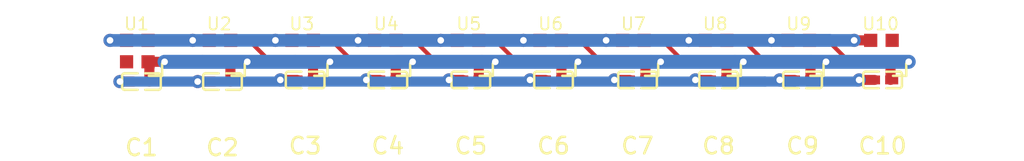
<source format=kicad_pcb>
(kicad_pcb (version 20240108) (generator "pcbnew") (generator_version "8.0")
  (layers (0 "F.Cu" signal) (31 "B.Cu" signal) (34 "B.Paste" user) (35 "F.Paste" user) (36 "B.SilkS" user "B.Silkscreen") (37 "F.SilkS" user "F.Silkscreen") (38 "B.Mask" user) (39 "F.Mask" user) (44 "Edge.Cuts" user))
  (net 0 "")
  (net 1 "hv")
  (net 2 "gnd")
  (net 3 "io-1")
  (net 4 "vcc-2")
  (net 5 "io-2")
  (net 6 "vcc-1")
  (net 7 "vcc-4")
  (net 8 "vcc")
  (net 9 "vcc-3")
  (net 10 "io-3")
  (net 11 "io")
  (net 12 "DOUT")
  (net 13 "DIN")
  (footprint "atopile:C0402-b3ef17" (layer "F.Cu") (at 74.61579 121.748441 180)
    (property "Reference" "C1" (at 0 -4 0) (layer "F.SilkS") (hide no))
    (property "Value" "100nF ±10% 16V X7R")
    (fp_line (start 1.02 -0.5) (end 0.23 -0.5) (stroke (width 0.15)) (layer "F.SilkS"))
    (fp_line (start 0.23 0.5) (end 1.02 0.5) (stroke (width 0.15)) (layer "F.SilkS"))
    (fp_line (start 1.17 0.35) (end 1.17 -0.35) (stroke (width 0.15)) (layer "F.SilkS"))
    (fp_line (start -1.02 -0.5) (end -0.23 -0.5) (stroke (width 0.15)) (layer "F.SilkS"))
    (fp_line (start -0.23 0.5) (end -1.02 0.5) (stroke (width 0.15)) (layer "F.SilkS"))
    (fp_line (start -1.17 0.35) (end -1.17 -0.35) (stroke (width 0.15)) (layer "F.SilkS"))
    (fp_arc (start 1.17 0.35) (mid 1.1260660171779822 0.456066017177982) (end 1.02 0.4999999999999999) (stroke (width 0.15)) (layer "F.SilkS"))
    (fp_arc (start 1.02 -0.5) (mid 1.1260660171779822 -0.4560660171779821) (end 1.17 -0.35) (stroke (width 0.15)) (layer "F.SilkS"))
    (fp_arc (start -1.17 0.35) (mid -1.1260660171779822 0.456066017177982) (end -1.02 0.4999999999999999) (stroke (width 0.15)) (layer "F.SilkS"))
    (fp_arc (start -1.02 -0.5) (mid -1.1260660171779822 -0.4560660171779821) (end -1.17 -0.35) (stroke (width 0.15)) (layer "F.SilkS"))
    (fp_text user "${REFERENCE}" (at 0 -4 0) (layer "F.SilkS"))
    (pad "2" smd rect (at 0.55 0 180) (size 0.79 0.54) (layers "F.Cu" "F.Paste" "F.Mask") (net 2 "gnd"))
    (pad "1" smd rect (at -0.55 0 180) (size 0.79 0.54) (layers "F.Cu" "F.Paste" "F.Mask") (net 1 "hv"))
  )
  (footprint "lib:LED-SMD_4P-L2.0-W2.0-BR" (layer "F.Cu") (at 114.36579 119.898441 0)
    (property "Reference" "U9" (at 0 -1.65 0) (layer "F.SilkS") (hide no) (effects (font (size 0.75 0.75) (thickness 0.1))))
    (property "Value" "")
    (fp_line (start 0.7 1.5) (end 1.5 1.5) (stroke (width 0.15)) (layer "F.SilkS"))
    (fp_line (start 1.5 1.5) (end 1.5 0.75) (stroke (width 0.15)) (layer "F.SilkS"))
    (pad "1" smd rect (at 0.65 0.65 0) (size 0.8 0.8) (layers "F.Cu" "F.Paste" "F.Mask") (net 1 "hv"))
    (pad "2" smd rect (at 0.65 -0.65 0) (size 0.8 0.8) (layers "F.Cu" "F.Paste" "F.Mask") (net 11 "io"))
    (pad "3" smd rect (at -0.65 -0.65 0) (size 0.8 0.8) (layers "F.Cu" "F.Paste" "F.Mask") (net 2 "gnd"))
    (pad "4" smd rect (at -0.65 0.65 0) (size 0.8 0.8) (layers "F.Cu" "F.Paste" "F.Mask") (net 10 "io-3"))
  )
  (footprint "lib:LED-SMD_4P-L2.0-W2.0-BR" (layer "F.Cu") (at 79.36579 119.898441 0)
    (property "Reference" "U2" (at -0.05 -1.65 0) (layer "F.SilkS") (hide no) (effects (font (size 0.75 0.75) (thickness 0.1))))
    (property "Value" "")
    (fp_line (start 0.7 1.5) (end 1.5 1.5) (stroke (width 0.15)) (layer "F.SilkS"))
    (fp_line (start 1.5 1.5) (end 1.5 0.75) (stroke (width 0.15)) (layer "F.SilkS"))
    (pad "1" smd rect (at 0.65 0.65 0) (size 0.8 0.8) (layers "F.Cu" "F.Paste" "F.Mask") (net 1 "hv"))
    (pad "2" smd rect (at 0.65 -0.65 0) (size 0.8 0.8) (layers "F.Cu" "F.Paste" "F.Mask") (net 3 "io-1"))
    (pad "3" smd rect (at -0.65 -0.65 0) (size 0.8 0.8) (layers "F.Cu" "F.Paste" "F.Mask") (net 2 "gnd"))
    (pad "4" smd rect (at -0.65 0.65 0) (size 0.8 0.8) (layers "F.Cu" "F.Paste" "F.Mask") (net 4 "vcc-2"))
  )
  (footprint "atopile:C0402-b3ef17" (layer "F.Cu") (at 119.43579 121.648441 180)
    (property "Reference" "C10" (at 0 -4 0) (layer "F.SilkS") (hide no))
    (property "Value" "100nF ±10% 16V X7R")
    (fp_line (start 1.02 -0.5) (end 0.23 -0.5) (stroke (width 0.15)) (layer "F.SilkS"))
    (fp_line (start 0.23 0.5) (end 1.02 0.5) (stroke (width 0.15)) (layer "F.SilkS"))
    (fp_line (start 1.17 0.35) (end 1.17 -0.35) (stroke (width 0.15)) (layer "F.SilkS"))
    (fp_line (start -1.02 -0.5) (end -0.23 -0.5) (stroke (width 0.15)) (layer "F.SilkS"))
    (fp_line (start -0.23 0.5) (end -1.02 0.5) (stroke (width 0.15)) (layer "F.SilkS"))
    (fp_line (start -1.17 0.35) (end -1.17 -0.35) (stroke (width 0.15)) (layer "F.SilkS"))
    (fp_arc (start 1.17 0.35) (mid 1.1260660171779822 0.456066017177982) (end 1.02 0.4999999999999999) (stroke (width 0.15)) (layer "F.SilkS"))
    (fp_arc (start 1.02 -0.5) (mid 1.1260660171779822 -0.4560660171779821) (end 1.17 -0.35) (stroke (width 0.15)) (layer "F.SilkS"))
    (fp_arc (start -1.17 0.35) (mid -1.1260660171779822 0.456066017177982) (end -1.02 0.4999999999999999) (stroke (width 0.15)) (layer "F.SilkS"))
    (fp_arc (start -1.02 -0.5) (mid -1.1260660171779822 -0.4560660171779821) (end -1.17 -0.35) (stroke (width 0.15)) (layer "F.SilkS"))
    (fp_text user "${REFERENCE}" (at 0 -4 0) (layer "F.SilkS"))
    (pad "2" smd rect (at 0.55 0 180) (size 0.79 0.54) (layers "F.Cu" "F.Paste" "F.Mask") (net 2 "gnd"))
    (pad "1" smd rect (at -0.55 0 180) (size 0.79 0.54) (layers "F.Cu" "F.Paste" "F.Mask") (net 1 "hv"))
  )
  (footprint "atopile:C0402-b3ef17" (layer "F.Cu") (at 84.51579 121.648441 180)
    (property "Reference" "C3" (at 0 -4 0) (layer "F.SilkS") (hide no))
    (property "Value" "100nF ±10% 16V X7R")
    (fp_line (start 1.02 -0.5) (end 0.23 -0.5) (stroke (width 0.15)) (layer "F.SilkS"))
    (fp_line (start 0.23 0.5) (end 1.02 0.5) (stroke (width 0.15)) (layer "F.SilkS"))
    (fp_line (start 1.17 0.35) (end 1.17 -0.35) (stroke (width 0.15)) (layer "F.SilkS"))
    (fp_line (start -1.02 -0.5) (end -0.23 -0.5) (stroke (width 0.15)) (layer "F.SilkS"))
    (fp_line (start -0.23 0.5) (end -1.02 0.5) (stroke (width 0.15)) (layer "F.SilkS"))
    (fp_line (start -1.17 0.35) (end -1.17 -0.35) (stroke (width 0.15)) (layer "F.SilkS"))
    (fp_arc (start 1.17 0.35) (mid 1.1260660171779822 0.456066017177982) (end 1.02 0.4999999999999999) (stroke (width 0.15)) (layer "F.SilkS"))
    (fp_arc (start 1.02 -0.5) (mid 1.1260660171779822 -0.4560660171779821) (end 1.17 -0.35) (stroke (width 0.15)) (layer "F.SilkS"))
    (fp_arc (start -1.17 0.35) (mid -1.1260660171779822 0.456066017177982) (end -1.02 0.4999999999999999) (stroke (width 0.15)) (layer "F.SilkS"))
    (fp_arc (start -1.02 -0.5) (mid -1.1260660171779822 -0.4560660171779821) (end -1.17 -0.35) (stroke (width 0.15)) (layer "F.SilkS"))
    (fp_text user "${REFERENCE}" (at 0 -4 0) (layer "F.SilkS"))
    (pad "2" smd rect (at 0.55 0 180) (size 0.79 0.54) (layers "F.Cu" "F.Paste" "F.Mask") (net 2 "gnd"))
    (pad "1" smd rect (at -0.55 0 180) (size 0.79 0.54) (layers "F.Cu" "F.Paste" "F.Mask") (net 1 "hv"))
  )
  (footprint "atopile:C0402-b3ef17" (layer "F.Cu") (at 89.51579 121.648441 180)
    (property "Reference" "C4" (at 0 -4 0) (layer "F.SilkS") (hide no))
    (property "Value" "100nF ±10% 16V X7R")
    (fp_line (start 1.02 -0.5) (end 0.23 -0.5) (stroke (width 0.15)) (layer "F.SilkS"))
    (fp_line (start 0.23 0.5) (end 1.02 0.5) (stroke (width 0.15)) (layer "F.SilkS"))
    (fp_line (start 1.17 0.35) (end 1.17 -0.35) (stroke (width 0.15)) (layer "F.SilkS"))
    (fp_line (start -1.02 -0.5) (end -0.23 -0.5) (stroke (width 0.15)) (layer "F.SilkS"))
    (fp_line (start -0.23 0.5) (end -1.02 0.5) (stroke (width 0.15)) (layer "F.SilkS"))
    (fp_line (start -1.17 0.35) (end -1.17 -0.35) (stroke (width 0.15)) (layer "F.SilkS"))
    (fp_arc (start 1.17 0.35) (mid 1.1260660171779822 0.456066017177982) (end 1.02 0.4999999999999999) (stroke (width 0.15)) (layer "F.SilkS"))
    (fp_arc (start 1.02 -0.5) (mid 1.1260660171779822 -0.4560660171779821) (end 1.17 -0.35) (stroke (width 0.15)) (layer "F.SilkS"))
    (fp_arc (start -1.17 0.35) (mid -1.1260660171779822 0.456066017177982) (end -1.02 0.4999999999999999) (stroke (width 0.15)) (layer "F.SilkS"))
    (fp_arc (start -1.02 -0.5) (mid -1.1260660171779822 -0.4560660171779821) (end -1.17 -0.35) (stroke (width 0.15)) (layer "F.SilkS"))
    (fp_text user "${REFERENCE}" (at 0 -4 0) (layer "F.SilkS"))
    (pad "2" smd rect (at 0.55 0 180) (size 0.79 0.54) (layers "F.Cu" "F.Paste" "F.Mask") (net 2 "gnd"))
    (pad "1" smd rect (at -0.55 0 180) (size 0.79 0.54) (layers "F.Cu" "F.Paste" "F.Mask") (net 1 "hv"))
  )
  (footprint "atopile:C0402-b3ef17" (layer "F.Cu") (at 79.51579 121.748441 180)
    (property "Reference" "C2" (at 0 -4 0) (layer "F.SilkS") (hide no))
    (property "Value" "100nF ±10% 16V X7R")
    (fp_line (start 1.02 -0.5) (end 0.23 -0.5) (stroke (width 0.15)) (layer "F.SilkS"))
    (fp_line (start 0.23 0.5) (end 1.02 0.5) (stroke (width 0.15)) (layer "F.SilkS"))
    (fp_line (start 1.17 0.35) (end 1.17 -0.35) (stroke (width 0.15)) (layer "F.SilkS"))
    (fp_line (start -1.02 -0.5) (end -0.23 -0.5) (stroke (width 0.15)) (layer "F.SilkS"))
    (fp_line (start -0.23 0.5) (end -1.02 0.5) (stroke (width 0.15)) (layer "F.SilkS"))
    (fp_line (start -1.17 0.35) (end -1.17 -0.35) (stroke (width 0.15)) (layer "F.SilkS"))
    (fp_arc (start 1.17 0.35) (mid 1.1260660171779822 0.456066017177982) (end 1.02 0.4999999999999999) (stroke (width 0.15)) (layer "F.SilkS"))
    (fp_arc (start 1.02 -0.5) (mid 1.1260660171779822 -0.4560660171779821) (end 1.17 -0.35) (stroke (width 0.15)) (layer "F.SilkS"))
    (fp_arc (start -1.17 0.35) (mid -1.1260660171779822 0.456066017177982) (end -1.02 0.4999999999999999) (stroke (width 0.15)) (layer "F.SilkS"))
    (fp_arc (start -1.02 -0.5) (mid -1.1260660171779822 -0.4560660171779821) (end -1.17 -0.35) (stroke (width 0.15)) (layer "F.SilkS"))
    (fp_text user "${REFERENCE}" (at 0 -4 0) (layer "F.SilkS"))
    (pad "2" smd rect (at 0.55 0 180) (size 0.79 0.54) (layers "F.Cu" "F.Paste" "F.Mask") (net 2 "gnd"))
    (pad "1" smd rect (at -0.55 0 180) (size 0.79 0.54) (layers "F.Cu" "F.Paste" "F.Mask") (net 1 "hv"))
  )
  (footprint "atopile:C0402-b3ef17" (layer "F.Cu") (at 104.61579 121.648441 180)
    (property "Reference" "C7" (at 0 -4 0) (layer "F.SilkS") (hide no))
    (property "Value" "100nF ±10% 16V X7R")
    (fp_line (start 1.02 -0.5) (end 0.23 -0.5) (stroke (width 0.15)) (layer "F.SilkS"))
    (fp_line (start 0.23 0.5) (end 1.02 0.5) (stroke (width 0.15)) (layer "F.SilkS"))
    (fp_line (start 1.17 0.35) (end 1.17 -0.35) (stroke (width 0.15)) (layer "F.SilkS"))
    (fp_line (start -1.02 -0.5) (end -0.23 -0.5) (stroke (width 0.15)) (layer "F.SilkS"))
    (fp_line (start -0.23 0.5) (end -1.02 0.5) (stroke (width 0.15)) (layer "F.SilkS"))
    (fp_line (start -1.17 0.35) (end -1.17 -0.35) (stroke (width 0.15)) (layer "F.SilkS"))
    (fp_arc (start 1.17 0.35) (mid 1.1260660171779822 0.456066017177982) (end 1.02 0.4999999999999999) (stroke (width 0.15)) (layer "F.SilkS"))
    (fp_arc (start 1.02 -0.5) (mid 1.1260660171779822 -0.4560660171779821) (end 1.17 -0.35) (stroke (width 0.15)) (layer "F.SilkS"))
    (fp_arc (start -1.17 0.35) (mid -1.1260660171779822 0.456066017177982) (end -1.02 0.4999999999999999) (stroke (width 0.15)) (layer "F.SilkS"))
    (fp_arc (start -1.02 -0.5) (mid -1.1260660171779822 -0.4560660171779821) (end -1.17 -0.35) (stroke (width 0.15)) (layer "F.SilkS"))
    (fp_text user "${REFERENCE}" (at 0 -4 0) (layer "F.SilkS"))
    (pad "2" smd rect (at 0.55 0 180) (size 0.79 0.54) (layers "F.Cu" "F.Paste" "F.Mask") (net 2 "gnd"))
    (pad "1" smd rect (at -0.55 0 180) (size 0.79 0.54) (layers "F.Cu" "F.Paste" "F.Mask") (net 1 "hv"))
  )
  (footprint "lib:LED-SMD_4P-L2.0-W2.0-BR" (layer "F.Cu") (at 74.36579 119.898441 0)
    (property "Reference" "U1" (at -0.05 -1.65 0) (layer "F.SilkS") (hide no) (effects (font (size 0.75 0.75) (thickness 0.1))))
    (property "Value" "")
    (fp_line (start 0.7 1.5) (end 1.5 1.5) (stroke (width 0.15)) (layer "F.SilkS"))
    (fp_line (start 1.5 1.5) (end 1.5 0.75) (stroke (width 0.15)) (layer "F.SilkS"))
    (pad "1" smd rect (at 0.65 0.65 0) (size 0.8 0.8) (layers "F.Cu" "F.Paste" "F.Mask") (net 1 "hv"))
    (pad "2" smd rect (at 0.65 -0.65 0) (size 0.8 0.8) (layers "F.Cu" "F.Paste" "F.Mask") (net 4 "vcc-2"))
    (pad "3" smd rect (at -0.65 -0.65 0) (size 0.8 0.8) (layers "F.Cu" "F.Paste" "F.Mask") (net 2 "gnd"))
    (pad "4" smd rect (at -0.65 0.65 0) (size 0.8 0.8) (layers "F.Cu" "F.Paste" "F.Mask") (net 13 "DIN"))
  )
  (footprint "atopile:C0402-b3ef17" (layer "F.Cu") (at 114.59579 121.648441 180)
    (property "Reference" "C9" (at 0 -4 0) (layer "F.SilkS") (hide no))
    (property "Value" "100nF ±10% 16V X7R")
    (fp_line (start 1.02 -0.5) (end 0.23 -0.5) (stroke (width 0.15)) (layer "F.SilkS"))
    (fp_line (start 0.23 0.5) (end 1.02 0.5) (stroke (width 0.15)) (layer "F.SilkS"))
    (fp_line (start 1.17 0.35) (end 1.17 -0.35) (stroke (width 0.15)) (layer "F.SilkS"))
    (fp_line (start -1.02 -0.5) (end -0.23 -0.5) (stroke (width 0.15)) (layer "F.SilkS"))
    (fp_line (start -0.23 0.5) (end -1.02 0.5) (stroke (width 0.15)) (layer "F.SilkS"))
    (fp_line (start -1.17 0.35) (end -1.17 -0.35) (stroke (width 0.15)) (layer "F.SilkS"))
    (fp_arc (start 1.17 0.35) (mid 1.1260660171779822 0.456066017177982) (end 1.02 0.4999999999999999) (stroke (width 0.15)) (layer "F.SilkS"))
    (fp_arc (start 1.02 -0.5) (mid 1.1260660171779822 -0.4560660171779821) (end 1.17 -0.35) (stroke (width 0.15)) (layer "F.SilkS"))
    (fp_arc (start -1.17 0.35) (mid -1.1260660171779822 0.456066017177982) (end -1.02 0.4999999999999999) (stroke (width 0.15)) (layer "F.SilkS"))
    (fp_arc (start -1.02 -0.5) (mid -1.1260660171779822 -0.4560660171779821) (end -1.17 -0.35) (stroke (width 0.15)) (layer "F.SilkS"))
    (fp_text user "${REFERENCE}" (at 0 -4 0) (layer "F.SilkS"))
    (pad "2" smd rect (at 0.55 0 180) (size 0.79 0.54) (layers "F.Cu" "F.Paste" "F.Mask") (net 2 "gnd"))
    (pad "1" smd rect (at -0.55 0 180) (size 0.79 0.54) (layers "F.Cu" "F.Paste" "F.Mask") (net 1 "hv"))
  )
  (footprint "lib:LED-SMD_4P-L2.0-W2.0-BR" (layer "F.Cu") (at 104.36579 119.898441 0)
    (property "Reference" "U7" (at 0 -1.65 0) (layer "F.SilkS") (hide no) (effects (font (size 0.75 0.75) (thickness 0.1))))
    (property "Value" "")
    (fp_line (start 0.7 1.5) (end 1.5 1.5) (stroke (width 0.15)) (layer "F.SilkS"))
    (fp_line (start 1.5 1.5) (end 1.5 0.75) (stroke (width 0.15)) (layer "F.SilkS"))
    (pad "1" smd rect (at 0.65 0.65 0) (size 0.8 0.8) (layers "F.Cu" "F.Paste" "F.Mask") (net 1 "hv"))
    (pad "2" smd rect (at 0.65 -0.65 0) (size 0.8 0.8) (layers "F.Cu" "F.Paste" "F.Mask") (net 9 "vcc-3"))
    (pad "3" smd rect (at -0.65 -0.65 0) (size 0.8 0.8) (layers "F.Cu" "F.Paste" "F.Mask") (net 2 "gnd"))
    (pad "4" smd rect (at -0.65 0.65 0) (size 0.8 0.8) (layers "F.Cu" "F.Paste" "F.Mask") (net 8 "vcc"))
  )
  (footprint "lib:LED-SMD_4P-L2.0-W2.0-BR" (layer "F.Cu") (at 94.36579 119.898441 0)
    (property "Reference" "U5" (at 0.05 -1.65 0) (layer "F.SilkS") (hide no) (effects (font (size 0.75 0.75) (thickness 0.1))))
    (property "Value" "")
    (fp_line (start 0.7 1.5) (end 1.5 1.5) (stroke (width 0.15)) (layer "F.SilkS"))
    (fp_line (start 1.5 1.5) (end 1.5 0.75) (stroke (width 0.15)) (layer "F.SilkS"))
    (pad "1" smd rect (at 0.65 0.65 0) (size 0.8 0.8) (layers "F.Cu" "F.Paste" "F.Mask") (net 1 "hv"))
    (pad "2" smd rect (at 0.65 -0.65 0) (size 0.8 0.8) (layers "F.Cu" "F.Paste" "F.Mask") (net 7 "vcc-4"))
    (pad "3" smd rect (at -0.65 -0.65 0) (size 0.8 0.8) (layers "F.Cu" "F.Paste" "F.Mask") (net 2 "gnd"))
    (pad "4" smd rect (at -0.65 0.65 0) (size 0.8 0.8) (layers "F.Cu" "F.Paste" "F.Mask") (net 6 "vcc-1"))
  )
  (footprint "lib:LED-SMD_4P-L2.0-W2.0-BR" (layer "F.Cu") (at 119.36579 119.898441 0)
    (property "Reference" "U10" (at -0.05 -1.65 0) (layer "F.SilkS") (hide no) (effects (font (size 0.75 0.75) (thickness 0.1))))
    (property "Value" "")
    (fp_line (start 0.7 1.5) (end 1.5 1.5) (stroke (width 0.15)) (layer "F.SilkS"))
    (fp_line (start 1.5 1.5) (end 1.5 0.75) (stroke (width 0.15)) (layer "F.SilkS"))
    (pad "1" smd rect (at 0.65 0.65 0) (size 0.8 0.8) (layers "F.Cu" "F.Paste" "F.Mask") (net 1 "hv"))
    (pad "2" smd rect (at 0.65 -0.65 0) (size 0.8 0.8) (layers "F.Cu" "F.Paste" "F.Mask") (net 12 "DOUT"))
    (pad "3" smd rect (at -0.65 -0.65 0) (size 0.8 0.8) (layers "F.Cu" "F.Paste" "F.Mask") (net 2 "gnd"))
    (pad "4" smd rect (at -0.65 0.65 0) (size 0.8 0.8) (layers "F.Cu" "F.Paste" "F.Mask") (net 11 "io"))
  )
  (footprint "atopile:C0402-b3ef17" (layer "F.Cu") (at 94.53579 121.648441 180)
    (property "Reference" "C5" (at 0 -4 0) (layer "F.SilkS") (hide no))
    (property "Value" "100nF ±10% 16V X7R")
    (fp_line (start 1.02 -0.5) (end 0.23 -0.5) (stroke (width 0.15)) (layer "F.SilkS"))
    (fp_line (start 0.23 0.5) (end 1.02 0.5) (stroke (width 0.15)) (layer "F.SilkS"))
    (fp_line (start 1.17 0.35) (end 1.17 -0.35) (stroke (width 0.15)) (layer "F.SilkS"))
    (fp_line (start -1.02 -0.5) (end -0.23 -0.5) (stroke (width 0.15)) (layer "F.SilkS"))
    (fp_line (start -0.23 0.5) (end -1.02 0.5) (stroke (width 0.15)) (layer "F.SilkS"))
    (fp_line (start -1.17 0.35) (end -1.17 -0.35) (stroke (width 0.15)) (layer "F.SilkS"))
    (fp_arc (start 1.17 0.35) (mid 1.1260660171779822 0.456066017177982) (end 1.02 0.4999999999999999) (stroke (width 0.15)) (layer "F.SilkS"))
    (fp_arc (start 1.02 -0.5) (mid 1.1260660171779822 -0.4560660171779821) (end 1.17 -0.35) (stroke (width 0.15)) (layer "F.SilkS"))
    (fp_arc (start -1.17 0.35) (mid -1.1260660171779822 0.456066017177982) (end -1.02 0.4999999999999999) (stroke (width 0.15)) (layer "F.SilkS"))
    (fp_arc (start -1.02 -0.5) (mid -1.1260660171779822 -0.4560660171779821) (end -1.17 -0.35) (stroke (width 0.15)) (layer "F.SilkS"))
    (fp_text user "${REFERENCE}" (at 0 -4 0) (layer "F.SilkS"))
    (pad "2" smd rect (at 0.55 0 180) (size 0.79 0.54) (layers "F.Cu" "F.Paste" "F.Mask") (net 2 "gnd"))
    (pad "1" smd rect (at -0.55 0 180) (size 0.79 0.54) (layers "F.Cu" "F.Paste" "F.Mask") (net 1 "hv"))
  )
  (footprint "lib:LED-SMD_4P-L2.0-W2.0-BR" (layer "F.Cu") (at 89.36579 119.898441 0)
    (property "Reference" "U4" (at 0.05 -1.65 0) (layer "F.SilkS") (hide no) (effects (font (size 0.75 0.75) (thickness 0.1))))
    (property "Value" "")
    (fp_line (start 0.7 1.5) (end 1.5 1.5) (stroke (width 0.15)) (layer "F.SilkS"))
    (fp_line (start 1.5 1.5) (end 1.5 0.75) (stroke (width 0.15)) (layer "F.SilkS"))
    (pad "1" smd rect (at 0.65 0.65 0) (size 0.8 0.8) (layers "F.Cu" "F.Paste" "F.Mask") (net 1 "hv"))
    (pad "2" smd rect (at 0.65 -0.65 0) (size 0.8 0.8) (layers "F.Cu" "F.Paste" "F.Mask") (net 6 "vcc-1"))
    (pad "3" smd rect (at -0.65 -0.65 0) (size 0.8 0.8) (layers "F.Cu" "F.Paste" "F.Mask") (net 2 "gnd"))
    (pad "4" smd rect (at -0.65 0.65 0) (size 0.8 0.8) (layers "F.Cu" "F.Paste" "F.Mask") (net 5 "io-2"))
  )
  (footprint "atopile:C0402-b3ef17" (layer "F.Cu") (at 109.51579 121.648441 180)
    (property "Reference" "C8" (at 0 -4 0) (layer "F.SilkS") (hide no))
    (property "Value" "100nF ±10% 16V X7R")
    (fp_line (start 1.02 -0.5) (end 0.23 -0.5) (stroke (width 0.15)) (layer "F.SilkS"))
    (fp_line (start 0.23 0.5) (end 1.02 0.5) (stroke (width 0.15)) (layer "F.SilkS"))
    (fp_line (start 1.17 0.35) (end 1.17 -0.35) (stroke (width 0.15)) (layer "F.SilkS"))
    (fp_line (start -1.02 -0.5) (end -0.23 -0.5) (stroke (width 0.15)) (layer "F.SilkS"))
    (fp_line (start -0.23 0.5) (end -1.02 0.5) (stroke (width 0.15)) (layer "F.SilkS"))
    (fp_line (start -1.17 0.35) (end -1.17 -0.35) (stroke (width 0.15)) (layer "F.SilkS"))
    (fp_arc (start 1.17 0.35) (mid 1.1260660171779822 0.456066017177982) (end 1.02 0.4999999999999999) (stroke (width 0.15)) (layer "F.SilkS"))
    (fp_arc (start 1.02 -0.5) (mid 1.1260660171779822 -0.4560660171779821) (end 1.17 -0.35) (stroke (width 0.15)) (layer "F.SilkS"))
    (fp_arc (start -1.17 0.35) (mid -1.1260660171779822 0.456066017177982) (end -1.02 0.4999999999999999) (stroke (width 0.15)) (layer "F.SilkS"))
    (fp_arc (start -1.02 -0.5) (mid -1.1260660171779822 -0.4560660171779821) (end -1.17 -0.35) (stroke (width 0.15)) (layer "F.SilkS"))
    (fp_text user "${REFERENCE}" (at 0 -4 0) (layer "F.SilkS"))
    (pad "2" smd rect (at 0.55 0 180) (size 0.79 0.54) (layers "F.Cu" "F.Paste" "F.Mask") (net 2 "gnd"))
    (pad "1" smd rect (at -0.55 0 180) (size 0.79 0.54) (layers "F.Cu" "F.Paste" "F.Mask") (net 1 "hv"))
  )
  (footprint "atopile:C0402-b3ef17" (layer "F.Cu") (at 99.53579 121.648441 180)
    (property "Reference" "C6" (at 0 -4 0) (layer "F.SilkS") (hide no))
    (property "Value" "100nF ±10% 16V X7R")
    (fp_line (start 1.02 -0.5) (end 0.23 -0.5) (stroke (width 0.15)) (layer "F.SilkS"))
    (fp_line (start 0.23 0.5) (end 1.02 0.5) (stroke (width 0.15)) (layer "F.SilkS"))
    (fp_line (start 1.17 0.35) (end 1.17 -0.35) (stroke (width 0.15)) (layer "F.SilkS"))
    (fp_line (start -1.02 -0.5) (end -0.23 -0.5) (stroke (width 0.15)) (layer "F.SilkS"))
    (fp_line (start -0.23 0.5) (end -1.02 0.5) (stroke (width 0.15)) (layer "F.SilkS"))
    (fp_line (start -1.17 0.35) (end -1.17 -0.35) (stroke (width 0.15)) (layer "F.SilkS"))
    (fp_arc (start 1.17 0.35) (mid 1.1260660171779822 0.456066017177982) (end 1.02 0.4999999999999999) (stroke (width 0.15)) (layer "F.SilkS"))
    (fp_arc (start 1.02 -0.5) (mid 1.1260660171779822 -0.4560660171779821) (end 1.17 -0.35) (stroke (width 0.15)) (layer "F.SilkS"))
    (fp_arc (start -1.17 0.35) (mid -1.1260660171779822 0.456066017177982) (end -1.02 0.4999999999999999) (stroke (width 0.15)) (layer "F.SilkS"))
    (fp_arc (start -1.02 -0.5) (mid -1.1260660171779822 -0.4560660171779821) (end -1.17 -0.35) (stroke (width 0.15)) (layer "F.SilkS"))
    (fp_text user "${REFERENCE}" (at 0 -4 0) (layer "F.SilkS"))
    (pad "2" smd rect (at 0.55 0 180) (size 0.79 0.54) (layers "F.Cu" "F.Paste" "F.Mask") (net 2 "gnd"))
    (pad "1" smd rect (at -0.55 0 180) (size 0.79 0.54) (layers "F.Cu" "F.Paste" "F.Mask") (net 1 "hv"))
  )
  (footprint "lib:LED-SMD_4P-L2.0-W2.0-BR" (layer "F.Cu") (at 84.36579 119.898441 0)
    (property "Reference" "U3" (at -0.05 -1.65 0) (layer "F.SilkS") (hide no) (effects (font (size 0.75 0.75) (thickness 0.1))))
    (property "Value" "")
    (fp_line (start 0.7 1.5) (end 1.5 1.5) (stroke (width 0.15)) (layer "F.SilkS"))
    (fp_line (start 1.5 1.5) (end 1.5 0.75) (stroke (width 0.15)) (layer "F.SilkS"))
    (pad "1" smd rect (at 0.65 0.65 0) (size 0.8 0.8) (layers "F.Cu" "F.Paste" "F.Mask") (net 1 "hv"))
    (pad "2" smd rect (at 0.65 -0.65 0) (size 0.8 0.8) (layers "F.Cu" "F.Paste" "F.Mask") (net 5 "io-2"))
    (pad "3" smd rect (at -0.65 -0.65 0) (size 0.8 0.8) (layers "F.Cu" "F.Paste" "F.Mask") (net 2 "gnd"))
    (pad "4" smd rect (at -0.65 0.65 0) (size 0.8 0.8) (layers "F.Cu" "F.Paste" "F.Mask") (net 3 "io-1"))
  )
  (footprint "lib:LED-SMD_4P-L2.0-W2.0-BR" (layer "F.Cu") (at 109.36579 119.898441 0)
    (property "Reference" "U8" (at -0.05 -1.65 0) (layer "F.SilkS") (hide no) (effects (font (size 0.75 0.75) (thickness 0.1))))
    (property "Value" "")
    (fp_line (start 0.7 1.5) (end 1.5 1.5) (stroke (width 0.15)) (layer "F.SilkS"))
    (fp_line (start 1.5 1.5) (end 1.5 0.75) (stroke (width 0.15)) (layer "F.SilkS"))
    (pad "1" smd rect (at 0.65 0.65 0) (size 0.8 0.8) (layers "F.Cu" "F.Paste" "F.Mask") (net 1 "hv"))
    (pad "2" smd rect (at 0.65 -0.65 0) (size 0.8 0.8) (layers "F.Cu" "F.Paste" "F.Mask") (net 10 "io-3"))
    (pad "3" smd rect (at -0.65 -0.65 0) (size 0.8 0.8) (layers "F.Cu" "F.Paste" "F.Mask") (net 2 "gnd"))
    (pad "4" smd rect (at -0.65 0.65 0) (size 0.8 0.8) (layers "F.Cu" "F.Paste" "F.Mask") (net 9 "vcc-3"))
  )
  (footprint "lib:LED-SMD_4P-L2.0-W2.0-BR" (layer "F.Cu") (at 99.36579 119.898441 0)
    (property "Reference" "U6" (at 0 -1.65 0) (layer "F.SilkS") (hide no) (effects (font (size 0.75 0.75) (thickness 0.1))))
    (property "Value" "")
    (fp_line (start 0.7 1.5) (end 1.5 1.5) (stroke (width 0.15)) (layer "F.SilkS"))
    (fp_line (start 1.5 1.5) (end 1.5 0.75) (stroke (width 0.15)) (layer "F.SilkS"))
    (pad "1" smd rect (at 0.65 0.65 0) (size 0.8 0.8) (layers "F.Cu" "F.Paste" "F.Mask") (net 1 "hv"))
    (pad "2" smd rect (at 0.65 -0.65 0) (size 0.8 0.8) (layers "F.Cu" "F.Paste" "F.Mask") (net 8 "vcc"))
    (pad "3" smd rect (at -0.65 -0.65 0) (size 0.8 0.8) (layers "F.Cu" "F.Paste" "F.Mask") (net 2 "gnd"))
    (pad "4" smd rect (at -0.65 0.65 0) (size 0.8 0.8) (layers "F.Cu" "F.Paste" "F.Mask") (net 7 "vcc-4"))
  )
  (via (at 106.01579 120.548441) (size 0.8) (drill 0.4) (net 1) (layers "F.Cu" "B.Cu"))
  (via (at 76.01579 120.548441) (size 0.8) (drill 0.4) (net 1) (layers "F.Cu" "B.Cu"))
  (via (at 91.01579 120.548441) (size 0.8) (drill 0.4) (net 1) (layers "F.Cu" "B.Cu"))
  (via (at 101.01579 120.548441) (size 0.8) (drill 0.4) (net 1) (layers "F.Cu" "B.Cu"))
  (via (at 81.01579 120.548441) (size 0.8) (drill 0.4) (net 1) (layers "F.Cu" "B.Cu"))
  (via (at 116.01579 120.548441) (size 0.8) (drill 0.4) (net 1) (layers "F.Cu" "B.Cu"))
  (via (at 86.01579 120.548441) (size 0.8) (drill 0.4) (net 1) (layers "F.Cu" "B.Cu"))
  (via (at 111.01579 120.548441) (size 0.8) (drill 0.4) (net 1) (layers "F.Cu" "B.Cu"))
  (via (at 96.01579 120.548441) (size 0.8) (drill 0.4) (net 1) (layers "F.Cu" "B.Cu"))
  (via (at 121.01579 120.548441) (size 0.8) (drill 0.4) (net 1) (layers "F.Cu" "B.Cu"))
  (via (at 98.11579 121.648441) (size 0.8) (drill 0.4) (net 2) (layers "F.Cu" "B.Cu"))
  (via (at 92.71579 119.248441) (size 0.8) (drill 0.4) (net 2) (layers "F.Cu" "B.Cu"))
  (via (at 73.31579 121.748441) (size 0.8) (drill 0.4) (net 2) (layers "F.Cu" "B.Cu"))
  (via (at 83.01579 121.648441) (size 0.8) (drill 0.4) (net 2) (layers "F.Cu" "B.Cu"))
  (via (at 72.71579 119.248441) (size 0.8) (drill 0.4) (net 2) (layers "F.Cu" "B.Cu"))
  (via (at 97.71579 119.248441) (size 0.8) (drill 0.4) (net 2) (layers "F.Cu" "B.Cu"))
  (via (at 112.71579 119.248441) (size 0.8) (drill 0.4) (net 2) (layers "F.Cu" "B.Cu"))
  (via (at 118.01579 121.648441) (size 0.8) (drill 0.4) (net 2) (layers "F.Cu" "B.Cu"))
  (via (at 93.21579 121.648441) (size 0.8) (drill 0.4) (net 2) (layers "F.Cu" "B.Cu"))
  (via (at 77.71579 119.248441) (size 0.8) (drill 0.4) (net 2) (layers "F.Cu" "B.Cu"))
  (via (at 82.71579 119.248441) (size 0.8) (drill 0.4) (net 2) (layers "F.Cu" "B.Cu"))
  (via (at 113.21579 121.648441) (size 0.8) (drill 0.4) (net 2) (layers "F.Cu" "B.Cu"))
  (via (at 87.71579 119.248441) (size 0.8) (drill 0.4) (net 2) (layers "F.Cu" "B.Cu"))
  (via (at 117.71579 119.248441) (size 0.8) (drill 0.4) (net 2) (layers "F.Cu" "B.Cu"))
  (via (at 107.71579 119.248441) (size 0.8) (drill 0.4) (net 2) (layers "F.Cu" "B.Cu"))
  (via (at 78.01579 121.748441) (size 0.8) (drill 0.4) (net 2) (layers "F.Cu" "B.Cu"))
  (via (at 103.21579 121.648441) (size 0.8) (drill 0.4) (net 2) (layers "F.Cu" "B.Cu"))
  (via (at 108.11579 121.648441) (size 0.8) (drill 0.4) (net 2) (layers "F.Cu" "B.Cu"))
  (via (at 88.21579 121.648441) (size 0.8) (drill 0.4) (net 2) (layers "F.Cu" "B.Cu"))
  (via (at 102.71579 119.248441) (size 0.8) (drill 0.4) (net 2) (layers "F.Cu" "B.Cu"))
  (segment (start 75.01579 120.548441) (end 76.01579 120.548441) (width 0.6096) (layer "F.Cu") (net 1))
  (segment (start 80.01579 120.548441) (end 81.01579 120.548441) (width 0.6096) (layer "F.Cu") (net 1))
  (segment (start 100.01579 121.648441) (end 100.01579 120.548441) (width 0.6096) (layer "F.Cu") (net 1))
  (segment (start 90.01579 120.548441) (end 91.01579 120.548441) (width 0.6096) (layer "F.Cu") (net 1))
  (segment (start 109.99579 121.648441) (end 109.99579 120.568441) (width 0.6096) (layer "F.Cu") (net 1))
  (segment (start 105.09579 121.648441) (end 105.09579 120.628441) (width 0.6096) (layer "F.Cu") (net 1))
  (segment (start 119.91579 121.648441) (end 119.91579 120.648441) (width 0.6096) (layer "F.Cu") (net 1))
  (segment (start 75.09579 121.748441) (end 75.09579 120.628441) (width 0.6096) (layer "F.Cu") (net 1))
  (segment (start 75.09579 120.628441) (end 75.01579 120.548441) (width 0.6096) (layer "F.Cu") (net 1))
  (segment (start 95.01579 121.648441) (end 95.01579 120.548441) (width 0.6096) (layer "F.Cu") (net 1))
  (segment (start 84.99579 121.648441) (end 84.99579 120.568441) (width 0.6096) (layer "F.Cu") (net 1))
  (segment (start 89.99579 120.568441) (end 90.01579 120.548441) (width 0.6096) (layer "F.Cu") (net 1))
  (segment (start 119.91579 120.648441) (end 120.01579 120.548441) (width 0.6096) (layer "F.Cu") (net 1))
  (segment (start 95.01579 120.548441) (end 96.01579 120.548441) (width 0.6096) (layer "F.Cu") (net 1))
  (segment (start 79.99579 120.568441) (end 80.01579 120.548441) (width 0.6096) (layer "F.Cu") (net 1))
  (segment (start 109.99579 120.568441) (end 110.01579 120.548441) (width 0.6096) (layer "F.Cu") (net 1))
  (segment (start 115.07579 120.608441) (end 115.01579 120.548441) (width 0.6096) (layer "F.Cu") (net 1))
  (segment (start 110.01579 120.548441) (end 111.01579 120.548441) (width 0.6096) (layer "F.Cu") (net 1))
  (segment (start 105.01579 120.548441) (end 106.01579 120.548441) (width 0.6096) (layer "F.Cu") (net 1))
  (segment (start 115.01579 120.548441) (end 116.01579 120.548441) (width 0.6096) (layer "F.Cu") (net 1))
  (segment (start 120.01579 120.548441) (end 121.01579 120.548441) (width 0.6096) (layer "F.Cu") (net 1))
  (segment (start 100.01579 120.548441) (end 101.01579 120.548441) (width 0.6096) (layer "F.Cu") (net 1))
  (segment (start 105.09579 120.628441) (end 105.01579 120.548441) (width 0.6096) (layer "F.Cu") (net 1))
  (segment (start 115.07579 121.648441) (end 115.07579 120.608441) (width 0.6096) (layer "F.Cu") (net 1))
  (segment (start 89.99579 121.648441) (end 89.99579 120.568441) (width 0.6096) (layer "F.Cu") (net 1))
  (segment (start 84.99579 120.568441) (end 85.01579 120.548441) (width 0.6096) (layer "F.Cu") (net 1))
  (segment (start 85.01579 120.548441) (end 86.01579 120.548441) (width 0.6096) (layer "F.Cu") (net 1))
  (segment (start 79.99579 121.748441) (end 79.99579 120.568441) (width 0.6096) (layer "F.Cu") (net 1))
  (segment (start 105.41579 120.548441) (end 110.51579 120.548441) (width 0.85) (layer "B.Cu") (net 1))
  (segment (start 110.51579 120.548441) (end 115.11579 120.548441) (width 0.85) (layer "B.Cu") (net 1))
  (segment (start 90.01579 120.548441) (end 95.21579 120.548441) (width 0.85) (layer "B.Cu") (net 1))
  (segment (start 83.91579 120.548441) (end 86.01579 120.548441) (width 0.82) (layer "B.Cu") (net 1))
  (segment (start 78.31579 120.548441) (end 81.01579 120.548441) (width 0.82) (layer "B.Cu") (net 1))
  (segment (start 83.91579 120.548441) (end 91.01579 120.548441) (width 0.85) (layer "B.Cu") (net 1))
  (segment (start 95.21579 120.548441) (end 100.51579 120.548441) (width 0.85) (layer "B.Cu") (net 1))
  (segment (start 115.11579 120.548441) (end 121.01579 120.548441) (width 0.85) (layer "B.Cu") (net 1))
  (segment (start 100.51579 120.548441) (end 105.41579 120.548441) (width 0.85) (layer "B.Cu") (net 1))
  (segment (start 110.51579 120.548441) (end 111.01579 120.548441) (width 0.82) (layer "B.Cu") (net 1))
  (segment (start 76.01579 120.548441) (end 78.31579 120.548441) (width 0.85) (layer "B.Cu") (net 1))
  (segment (start 100.51579 120.548441) (end 101.01579 120.548441) (width 0.82) (layer "B.Cu") (net 1))
  (segment (start 78.31579 120.548441) (end 83.91579 120.548441) (width 0.85) (layer "B.Cu") (net 1))
  (segment (start 115.11579 120.548441) (end 116.01579 120.548441) (width 0.82) (layer "B.Cu") (net 1))
  (segment (start 105.41579 120.548441) (end 106.01579 120.548441) (width 0.82) (layer "B.Cu") (net 1))
  (segment (start 95.21579 120.548441) (end 96.01579 120.548441) (width 0.82) (layer "B.Cu") (net 1))
  (segment (start 113.71579 119.248441) (end 112.71579 119.248441) (width 0.6096) (layer "F.Cu") (net 2))
  (segment (start 89.03579 121.648441) (end 88.21579 121.648441) (width 0.6096) (layer "F.Cu") (net 2))
  (segment (start 88.71579 119.248441) (end 87.71579 119.248441) (width 0.6096) (layer "F.Cu") (net 2))
  (segment (start 118.71579 119.248441) (end 117.71579 119.248441) (width 0.6096) (layer "F.Cu") (net 2))
  (segment (start 108.71579 119.248441) (end 107.71579 119.248441) (width 0.6096) (layer "F.Cu") (net 2))
  (segment (start 98.71579 119.248441) (end 97.71579 119.248441) (width 0.6096) (layer "F.Cu") (net 2))
  (segment (start 77.71579 119.248441) (end 78.71579 119.248441) (width 0.6096) (layer "F.Cu") (net 2))
  (segment (start 74.13579 121.748441) (end 73.31579 121.748441) (width 0.6096) (layer "F.Cu") (net 2))
  (segment (start 78.31579 121.748441) (end 78.01579 121.748441) (width 0.6096) (layer "F.Cu") (net 2))
  (segment (start 118.95579 121.648441) (end 118.01579 121.648441) (width 0.6096) (layer "F.Cu") (net 2))
  (segment (start 83.71579 119.248441) (end 82.71579 119.248441) (width 0.6096) (layer "F.Cu") (net 2))
  (segment (start 104.13579 121.648441) (end 103.21579 121.648441) (width 0.6096) (layer "F.Cu") (net 2))
  (segment (start 93.71579 119.248441) (end 92.71579 119.248441) (width 0.6096) (layer "F.Cu") (net 2))
  (segment (start 114.11579 121.648441) (end 113.21579 121.648441) (width 0.6096) (layer "F.Cu") (net 2))
  (segment (start 73.71579 119.248441) (end 72.71579 119.248441) (width 0.6096) (layer "F.Cu") (net 2))
  (segment (start 79.03579 121.748441) (end 78.31579 121.748441) (width 0.6096) (layer "F.Cu") (net 2))
  (segment (start 109.03579 121.648441) (end 108.11579 121.648441) (width 0.6096) (layer "F.Cu") (net 2))
  (segment (start 94.05579 121.648441) (end 93.21579 121.648441) (width 0.6096) (layer "F.Cu") (net 2))
  (segment (start 103.71579 119.248441) (end 102.71579 119.248441) (width 0.6096) (layer "F.Cu") (net 2))
  (segment (start 99.05579 121.648441) (end 98.11579 121.648441) (width 0.6096) (layer "F.Cu") (net 2))
  (segment (start 84.03579 121.648441) (end 83.01579 121.648441) (width 0.6096) (layer "F.Cu") (net 2))
  (segment (start 109.81579 119.248441) (end 107.71579 119.248441) (width 0.762) (layer "B.Cu") (net 2))
  (segment (start 116.21579 119.248441) (end 112.71579 119.248441) (width 0.762) (layer "B.Cu") (net 2))
  (segment (start 117.71579 119.248441) (end 116.21579 119.248441) (width 0.762) (layer "B.Cu") (net 2))
  (segment (start 112.31579 121.748441) (end 104.11579 121.748441) (width 0.6096) (layer "B.Cu") (net 2))
  (segment (start 103.31579 121.748441) (end 103.21579 121.648441) (width 0.6096) (layer "B.Cu") (net 2))
  (segment (start 114.11579 121.748441) (end 113.31579 121.748441) (width 0.6096) (layer "B.Cu") (net 2))
  (segment (start 104.11579 121.748441) (end 73.31579 121.748441) (width 0.6096) (layer "B.Cu") (net 2))
  (segment (start 104.11579 121.748441) (end 103.31579 121.748441) (width 0.6096) (layer "B.Cu") (net 2))
  (segment (start 113.31579 121.748441) (end 113.21579 121.648441) (width 0.6096) (layer "B.Cu") (net 2))
  (segment (start 108.21579 121.748441) (end 108.11579 121.648441) (width 0.6096) (layer "B.Cu") (net 2))
  (segment (start 117.91579 121.748441) (end 114.11579 121.748441) (width 0.6096) (layer "B.Cu") (net 2))
  (segment (start 112.31579 121.748441) (end 108.21579 121.748441) (width 0.6096) (layer "B.Cu") (net 2))
  (segment (start 116.21579 119.248441) (end 72.71579 119.248441) (width 0.762) (layer "B.Cu") (net 2))
  (segment (start 109.81579 119.248441) (end 87.71579 119.248441) (width 0.762) (layer "B.Cu") (net 2))
  (segment (start 114.11579 121.748441) (end 112.31579 121.748441) (width 0.6096) (layer "B.Cu") (net 2))
  (segment (start 116.21579 119.248441) (end 109.81579 119.248441) (width 0.762) (layer "B.Cu") (net 2))
  (segment (start 118.01579 121.648441) (end 117.91579 121.748441) (width 0.6096) (layer "B.Cu") (net 2))
  (segment (start 81.11579 119.248441) (end 82.41579 120.548441) (width 0.254) (layer "F.Cu") (net 3))
  (segment (start 80.01579 119.248441) (end 81.11579 119.248441) (width 0.254) (layer "F.Cu") (net 3))
  (segment (start 82.41579 120.548441) (end 83.71579 120.548441) (width 0.254) (layer "F.Cu") (net 3))
  (segment (start 85.01579 119.248441) (end 86.11579 119.248441) (width 0.254) (layer "F.Cu") (net 5))
  (segment (start 86.11579 119.248441) (end 87.41579 120.548441) (width 0.254) (layer "F.Cu") (net 5))
  (segment (start 87.41579 120.548441) (end 88.71579 120.548441) (width 0.254) (layer "F.Cu") (net 5))
  (segment (start 90.01579 119.248441) (end 91.11579 119.248441) (width 0.254) (layer "F.Cu") (net 6))
  (segment (start 92.41579 120.548441) (end 93.71579 120.548441) (width 0.254) (layer "F.Cu") (net 6))
  (segment (start 91.11579 119.248441) (end 92.41579 120.548441) (width 0.254) (layer "F.Cu") (net 6))
  (segment (start 95.01579 119.248441) (end 96.01579 119.248441) (width 0.254) (layer "F.Cu") (net 7))
  (segment (start 97.31579 120.548441) (end 98.71579 120.548441) (width 0.254) (layer "F.Cu") (net 7))
  (segment (start 96.01579 119.248441) (end 97.31579 120.548441) (width 0.254) (layer "F.Cu") (net 7))
  (segment (start 100.01579 119.248441) (end 101.11579 119.248441) (width 0.254) (layer "F.Cu") (net 8))
  (segment (start 101.11579 119.248441) (end 102.41579 120.548441) (width 0.254) (layer "F.Cu") (net 8))
  (segment (start 102.41579 120.548441) (end 103.71579 120.548441) (width 0.254) (layer "F.Cu") (net 8))
  (segment (start 105.01579 119.248441) (end 106.11579 119.248441) (width 0.254) (layer "F.Cu") (net 9))
  (segment (start 106.11579 119.248441) (end 107.41579 120.548441) (width 0.254) (layer "F.Cu") (net 9))
  (segment (start 107.41579 120.548441) (end 108.71579 120.548441) (width 0.254) (layer "F.Cu") (net 9))
  (segment (start 112.31579 120.548441) (end 113.71579 120.548441) (width 0.254) (layer "F.Cu") (net 10))
  (segment (start 110.01579 119.248441) (end 111.01579 119.248441) (width 0.254) (layer "F.Cu") (net 10))
  (segment (start 111.01579 119.248441) (end 112.31579 120.548441) (width 0.254) (layer "F.Cu") (net 10))
  (segment (start 117.41579 120.548441) (end 118.71579 120.548441) (width 0.254) (layer "F.Cu") (net 11))
  (segment (start 116.11579 119.248441) (end 117.41579 120.548441) (width 0.254) (layer "F.Cu") (net 11))
  (segment (start 115.01579 119.248441) (end 116.11579 119.248441) (width 0.254) (layer "F.Cu") (net 11))
)
</source>
